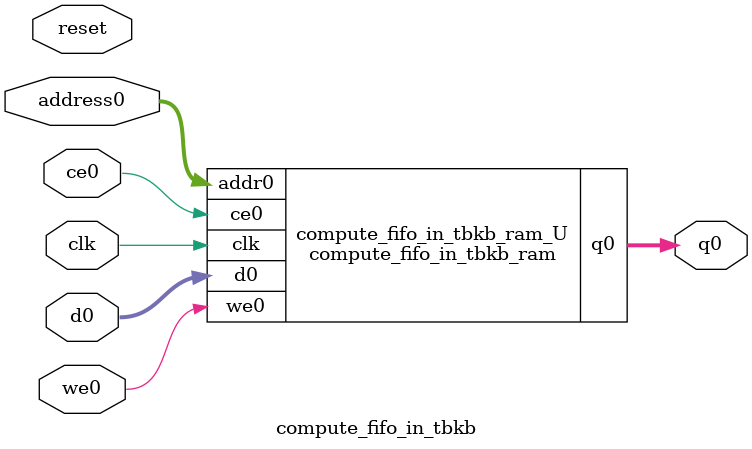
<source format=v>

`timescale 1 ns / 1 ps
module compute_fifo_in_tbkb_ram (addr0, ce0, d0, we0, q0,  clk);

parameter DWIDTH = 64;
parameter AWIDTH = 8;
parameter MEM_SIZE = 196;

input[AWIDTH-1:0] addr0;
input ce0;
input[DWIDTH-1:0] d0;
input we0;
output reg[DWIDTH-1:0] q0;
input clk;

(* ram_style = "block" *)reg [DWIDTH-1:0] ram[0:MEM_SIZE-1];




always @(posedge clk)  
begin 
    if (ce0) 
    begin
        if (we0) 
        begin 
            ram[addr0] <= d0; 
            q0 <= d0;
        end 
        else 
            q0 <= ram[addr0];
    end
end


endmodule


`timescale 1 ns / 1 ps
module compute_fifo_in_tbkb(
    reset,
    clk,
    address0,
    ce0,
    we0,
    d0,
    q0);

parameter DataWidth = 32'd64;
parameter AddressRange = 32'd196;
parameter AddressWidth = 32'd8;
input reset;
input clk;
input[AddressWidth - 1:0] address0;
input ce0;
input we0;
input[DataWidth - 1:0] d0;
output[DataWidth - 1:0] q0;



compute_fifo_in_tbkb_ram compute_fifo_in_tbkb_ram_U(
    .clk( clk ),
    .addr0( address0 ),
    .ce0( ce0 ),
    .d0( d0 ),
    .we0( we0 ),
    .q0( q0 ));

endmodule


</source>
